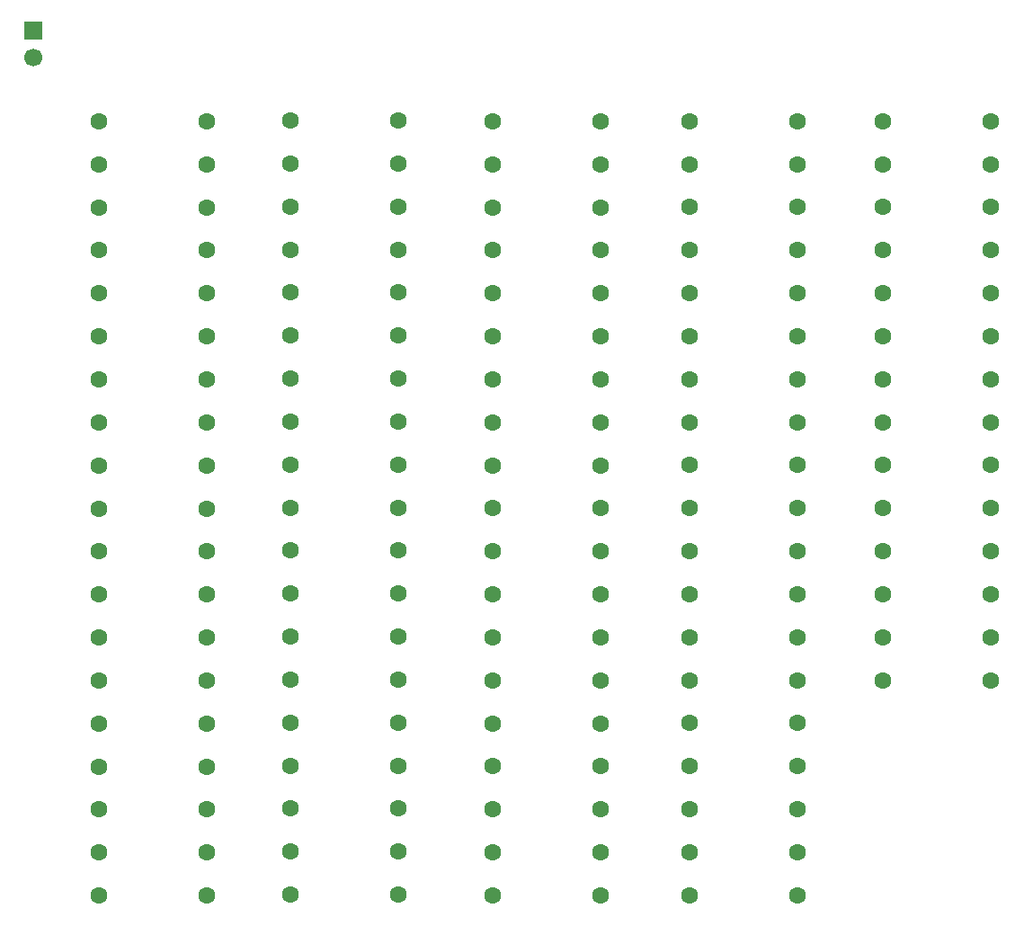
<source format=gbr>
%TF.GenerationSoftware,KiCad,Pcbnew,9.0.2*%
%TF.CreationDate,2025-11-03T21:10:14+09:00*%
%TF.ProjectId,handarensyuy,68616e64-6172-4656-9e73-7975792e6b69,rev?*%
%TF.SameCoordinates,Original*%
%TF.FileFunction,Soldermask,Bot*%
%TF.FilePolarity,Negative*%
%FSLAX46Y46*%
G04 Gerber Fmt 4.6, Leading zero omitted, Abs format (unit mm)*
G04 Created by KiCad (PCBNEW 9.0.2) date 2025-11-03 21:10:14*
%MOMM*%
%LPD*%
G01*
G04 APERTURE LIST*
%ADD10C,1.600000*%
%ADD11R,1.700000X1.700000*%
%ADD12C,1.700000*%
G04 APERTURE END LIST*
D10*
%TO.C,R82*%
X171570000Y-69500000D03*
X181730000Y-69500000D03*
%TD*%
%TO.C,R83*%
X171570000Y-73550000D03*
X181730000Y-73550000D03*
%TD*%
%TO.C,R18*%
X97690000Y-118120000D03*
X107850000Y-118120000D03*
%TD*%
%TO.C,R1*%
X97690000Y-49270000D03*
X107850000Y-49270000D03*
%TD*%
%TO.C,R59*%
X153370000Y-53300000D03*
X163530000Y-53300000D03*
%TD*%
%TO.C,R15*%
X97690000Y-105970000D03*
X107850000Y-105970000D03*
%TD*%
%TO.C,R25*%
X115710000Y-69440000D03*
X125870000Y-69440000D03*
%TD*%
%TO.C,R39*%
X134820000Y-49260000D03*
X144980000Y-49260000D03*
%TD*%
%TO.C,R53*%
X134820000Y-105960000D03*
X144980000Y-105960000D03*
%TD*%
%TO.C,R29*%
X115710000Y-85640000D03*
X125870000Y-85640000D03*
%TD*%
%TO.C,R27*%
X115710000Y-77540000D03*
X125870000Y-77540000D03*
%TD*%
%TO.C,R81*%
X171570000Y-65450000D03*
X181730000Y-65450000D03*
%TD*%
%TO.C,R64*%
X153370000Y-73550000D03*
X163530000Y-73550000D03*
%TD*%
%TO.C,R14*%
X97690000Y-101920000D03*
X107850000Y-101920000D03*
%TD*%
%TO.C,R58*%
X153370000Y-49250000D03*
X163530000Y-49250000D03*
%TD*%
%TO.C,R55*%
X134820000Y-114060000D03*
X144980000Y-114060000D03*
%TD*%
%TO.C,R23*%
X115710000Y-61340000D03*
X125870000Y-61340000D03*
%TD*%
%TO.C,R66*%
X153370000Y-81650000D03*
X163530000Y-81650000D03*
%TD*%
%TO.C,R33*%
X115710000Y-101840000D03*
X125870000Y-101840000D03*
%TD*%
%TO.C,R16*%
X97690000Y-110020000D03*
X107850000Y-110020000D03*
%TD*%
%TO.C,R37*%
X115710000Y-118040000D03*
X125870000Y-118040000D03*
%TD*%
%TO.C,R26*%
X115710000Y-73490000D03*
X125870000Y-73490000D03*
%TD*%
%TO.C,R62*%
X153370000Y-65450000D03*
X163530000Y-65450000D03*
%TD*%
%TO.C,R17*%
X97690000Y-114070000D03*
X107850000Y-114070000D03*
%TD*%
%TO.C,R44*%
X134820000Y-69510000D03*
X144980000Y-69510000D03*
%TD*%
%TO.C,R87*%
X171570000Y-89750000D03*
X181730000Y-89750000D03*
%TD*%
%TO.C,R48*%
X134820000Y-85710000D03*
X144980000Y-85710000D03*
%TD*%
%TO.C,R21*%
X115710000Y-53240000D03*
X125870000Y-53240000D03*
%TD*%
%TO.C,R22*%
X115710000Y-57290000D03*
X125870000Y-57290000D03*
%TD*%
%TO.C,R72*%
X153370000Y-105950000D03*
X163530000Y-105950000D03*
%TD*%
%TO.C,R11*%
X97690000Y-89770000D03*
X107850000Y-89770000D03*
%TD*%
%TO.C,R42*%
X134820000Y-61410000D03*
X144980000Y-61410000D03*
%TD*%
%TO.C,R80*%
X171570000Y-61400000D03*
X181730000Y-61400000D03*
%TD*%
%TO.C,R71*%
X153370000Y-101900000D03*
X163530000Y-101900000D03*
%TD*%
%TO.C,R34*%
X115710000Y-105890000D03*
X125870000Y-105890000D03*
%TD*%
%TO.C,R5*%
X97690000Y-65470000D03*
X107850000Y-65470000D03*
%TD*%
%TO.C,R28*%
X115710000Y-81590000D03*
X125870000Y-81590000D03*
%TD*%
%TO.C,R24*%
X115710000Y-65390000D03*
X125870000Y-65390000D03*
%TD*%
%TO.C,R43*%
X134820000Y-65460000D03*
X144980000Y-65460000D03*
%TD*%
%TO.C,R36*%
X115710000Y-113990000D03*
X125870000Y-113990000D03*
%TD*%
%TO.C,R41*%
X134820000Y-57360000D03*
X144980000Y-57360000D03*
%TD*%
%TO.C,R67*%
X153370000Y-85700000D03*
X163530000Y-85700000D03*
%TD*%
%TO.C,R75*%
X153370000Y-118100000D03*
X163530000Y-118100000D03*
%TD*%
%TO.C,R19*%
X97690000Y-122170000D03*
X107850000Y-122170000D03*
%TD*%
%TO.C,R78*%
X171570000Y-53300000D03*
X181730000Y-53300000D03*
%TD*%
%TO.C,R70*%
X153370000Y-97850000D03*
X163530000Y-97850000D03*
%TD*%
%TO.C,R69*%
X153370000Y-93800000D03*
X163530000Y-93800000D03*
%TD*%
%TO.C,R2*%
X97690000Y-53320000D03*
X107850000Y-53320000D03*
%TD*%
%TO.C,R65*%
X153370000Y-77600000D03*
X163530000Y-77600000D03*
%TD*%
%TO.C,R30*%
X115710000Y-89690000D03*
X125870000Y-89690000D03*
%TD*%
%TO.C,R12*%
X97690000Y-93820000D03*
X107850000Y-93820000D03*
%TD*%
%TO.C,R61*%
X153370000Y-61400000D03*
X163530000Y-61400000D03*
%TD*%
%TO.C,R68*%
X153370000Y-89750000D03*
X163530000Y-89750000D03*
%TD*%
%TO.C,R45*%
X134820000Y-73560000D03*
X144980000Y-73560000D03*
%TD*%
%TO.C,R79*%
X171570000Y-57350000D03*
X181730000Y-57350000D03*
%TD*%
%TO.C,R76*%
X153370000Y-122150000D03*
X163530000Y-122150000D03*
%TD*%
%TO.C,R20*%
X115710000Y-49190000D03*
X125870000Y-49190000D03*
%TD*%
%TO.C,R8*%
X97690000Y-77620000D03*
X107850000Y-77620000D03*
%TD*%
%TO.C,R38*%
X115710000Y-122090000D03*
X125870000Y-122090000D03*
%TD*%
%TO.C,R84*%
X171570000Y-77600000D03*
X181730000Y-77600000D03*
%TD*%
%TO.C,R35*%
X115710000Y-109940000D03*
X125870000Y-109940000D03*
%TD*%
%TO.C,R86*%
X171570000Y-85700000D03*
X181730000Y-85700000D03*
%TD*%
%TO.C,R88*%
X171570000Y-93800000D03*
X181730000Y-93800000D03*
%TD*%
%TO.C,R9*%
X97690000Y-81670000D03*
X107850000Y-81670000D03*
%TD*%
%TO.C,R57*%
X134820000Y-122160000D03*
X144980000Y-122160000D03*
%TD*%
D11*
%TO.C,J1*%
X91545000Y-40755000D03*
D12*
X91545000Y-43295000D03*
%TD*%
D10*
%TO.C,R50*%
X134820000Y-93810000D03*
X144980000Y-93810000D03*
%TD*%
%TO.C,R47*%
X134820000Y-81660000D03*
X144980000Y-81660000D03*
%TD*%
%TO.C,R51*%
X134820000Y-97860000D03*
X144980000Y-97860000D03*
%TD*%
%TO.C,R46*%
X134820000Y-77610000D03*
X144980000Y-77610000D03*
%TD*%
%TO.C,R74*%
X153370000Y-114050000D03*
X163530000Y-114050000D03*
%TD*%
%TO.C,R31*%
X115710000Y-93740000D03*
X125870000Y-93740000D03*
%TD*%
%TO.C,R4*%
X97690000Y-61420000D03*
X107850000Y-61420000D03*
%TD*%
%TO.C,R89*%
X171570000Y-97850000D03*
X181730000Y-97850000D03*
%TD*%
%TO.C,R32*%
X115710000Y-97790000D03*
X125870000Y-97790000D03*
%TD*%
%TO.C,R54*%
X134820000Y-110010000D03*
X144980000Y-110010000D03*
%TD*%
%TO.C,R63*%
X153370000Y-69500000D03*
X163530000Y-69500000D03*
%TD*%
%TO.C,R10*%
X97690000Y-85720000D03*
X107850000Y-85720000D03*
%TD*%
%TO.C,R49*%
X134820000Y-89760000D03*
X144980000Y-89760000D03*
%TD*%
%TO.C,R52*%
X134820000Y-101910000D03*
X144980000Y-101910000D03*
%TD*%
%TO.C,R73*%
X153370000Y-110000000D03*
X163530000Y-110000000D03*
%TD*%
%TO.C,R60*%
X153370000Y-57350000D03*
X163530000Y-57350000D03*
%TD*%
%TO.C,R3*%
X97690000Y-57370000D03*
X107850000Y-57370000D03*
%TD*%
%TO.C,R85*%
X171570000Y-81650000D03*
X181730000Y-81650000D03*
%TD*%
%TO.C,R40*%
X134820000Y-53310000D03*
X144980000Y-53310000D03*
%TD*%
%TO.C,R77*%
X171570000Y-49250000D03*
X181730000Y-49250000D03*
%TD*%
%TO.C,R90*%
X171570000Y-101900000D03*
X181730000Y-101900000D03*
%TD*%
%TO.C,R13*%
X97690000Y-97870000D03*
X107850000Y-97870000D03*
%TD*%
%TO.C,R6*%
X97690000Y-69520000D03*
X107850000Y-69520000D03*
%TD*%
%TO.C,R56*%
X134820000Y-118110000D03*
X144980000Y-118110000D03*
%TD*%
%TO.C,R7*%
X97690000Y-73570000D03*
X107850000Y-73570000D03*
%TD*%
M02*

</source>
